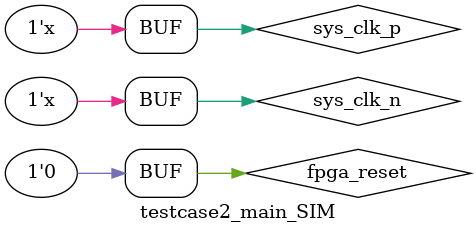
<source format=v>
`timescale 1ns / 1ps


module testcase2_main_SIM( );

    reg sys_clk_p;
    reg sys_clk_n;
    reg fpga_reset;
    
    wire sys_clk;
    wire chip_reset;
    wire PCHR; 
    wire WE; 
    wire SA_EN; 
    wire WBACK;
    wire writeORread;
    wire DRAM_NormalMode_EN; 
    wire normalORIsing; 
    wire RBL_EN_normal; 
    wire RBL_bar_EN_normal;
    wire REF_CTRL_WL;
    wire latch_J;
    wire start_Ising;
    wire [2:0] J;
    wire [5:0] Y_ADDR;
    wire [6:0] X_ADDR;
    wire apply_E_field; 
    wire E_field;
    wire POSNEG_OR_ALLPOS;
    wire notLatch_SA_OR_latch_SA;
    wire RBL_REF_BL_or_offchip;
    wire finish_spin_update;
    wire spin_update_EN;
    
    //Scan chain
    wire scanclk_out;
    wire se;
    wire update_clk;
    wire scanin;
    
    testcase2_main tb2_uut(
    .sys_clk_p(sys_clk_p),
    .sys_clk_n(sys_clk_n),
    .fpga_reset(fpga_reset),
    .sys_clk(sys_clk),
    .PCHR(PCHR), 
    .WE(WE),  
    .SA_EN(SA_EN),  
    .WBACK(WBACK), 
    .writeORread(writeORread), 
    .DRAM_NormalMode_EN(DRAM_NormalMode_EN), 
    .normalORIsing(normalORIsing),   
    .RBL_EN_normal(RBL_EN_normal),  
    .RBL_bar_EN_normal(RBL_bar_EN_normal),  
    .REF_CTRL_WL(REF_CTRL_WL),  
    .latch_J(latch_J),  
    .start_Ising(start_Ising),
    .J(J),  
    .Y_ADDR(Y_ADDR),  
    .X_ADDR(X_ADDR),  
    .apply_E_field(apply_E_field),   
    .E_field(E_field),  
    .POSNEG_OR_ALLPOS(POSNEG_OR_ALLPOS),  
    .notLatch_SA_OR_latch_SA(notLatch_SA_OR_latch_SA),  
    .finish_spin_update(finish_spin_update),
    .spin_update_EN(spin_update_EN),
    .scanclk_out(scanclk_out),
    .se(se),
    .update_clk(update_clk),
    .scanin(scanin)
    );
    
    initial sys_clk_p = 1'b1;
    always #(2.5) sys_clk_p = ~sys_clk_p;
    
    initial sys_clk_n = 1'b0;
    always #(2.5) sys_clk_n = ~sys_clk_n;
    
initial begin
fpga_reset = 1'b0;
#300;
fpga_reset = 1'b1;
#20;
fpga_reset = 1'b0;
end

endmodule

</source>
